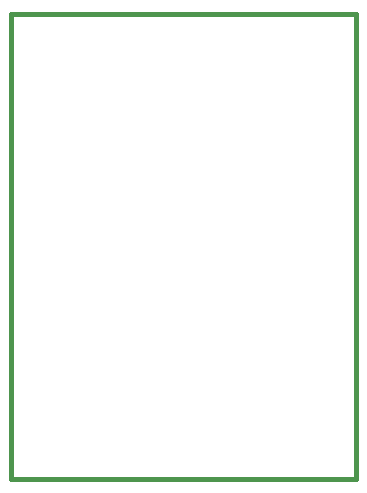
<source format=gko>
G04 #@! TF.FileFunction,Profile,NP*
%FSLAX46Y46*%
G04 Gerber Fmt 4.6, Leading zero omitted, Abs format (unit mm)*
G04 Created by KiCad (PCBNEW 0.201412031631+5310~19~ubuntu14.04.1-product) date sáb 06 dic 2014 00:19:50 CET*
%MOMM*%
G01*
G04 APERTURE LIST*
%ADD10C,0.100000*%
%ADD11C,0.381000*%
G04 APERTURE END LIST*
D10*
D11*
X130810000Y-81280000D02*
X160020000Y-81280000D01*
X130810000Y-120650000D02*
X160020000Y-120650000D01*
X130810000Y-120650000D02*
X130810000Y-81280000D01*
X160020000Y-81280000D02*
X160020000Y-120650000D01*
M02*

</source>
